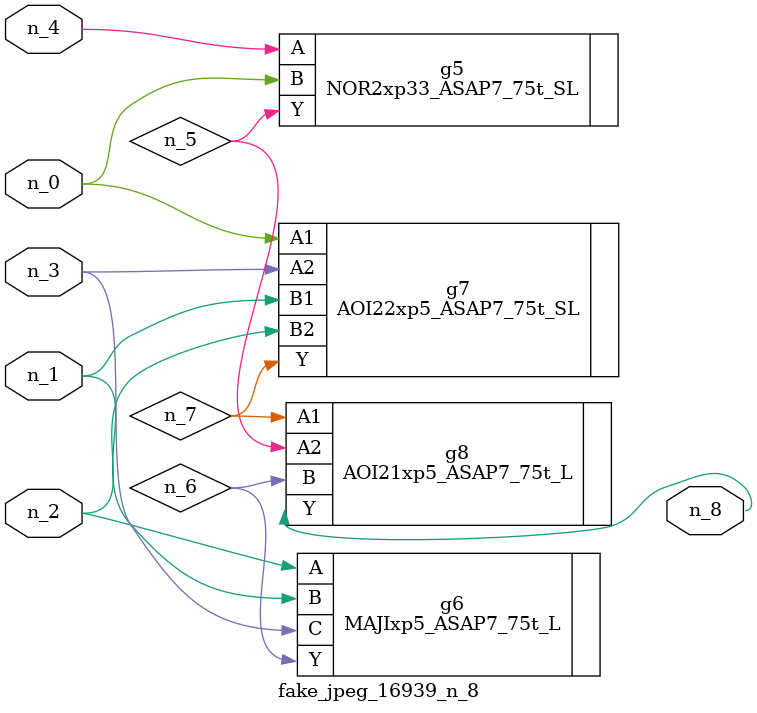
<source format=v>
module fake_jpeg_16939_n_8 (n_3, n_2, n_1, n_0, n_4, n_8);

input n_3;
input n_2;
input n_1;
input n_0;
input n_4;

output n_8;

wire n_6;
wire n_5;
wire n_7;

NOR2xp33_ASAP7_75t_SL g5 ( 
.A(n_4),
.B(n_0),
.Y(n_5)
);

MAJIxp5_ASAP7_75t_L g6 ( 
.A(n_2),
.B(n_1),
.C(n_3),
.Y(n_6)
);

AOI22xp5_ASAP7_75t_SL g7 ( 
.A1(n_0),
.A2(n_3),
.B1(n_1),
.B2(n_2),
.Y(n_7)
);

AOI21xp5_ASAP7_75t_L g8 ( 
.A1(n_7),
.A2(n_5),
.B(n_6),
.Y(n_8)
);


endmodule
</source>
